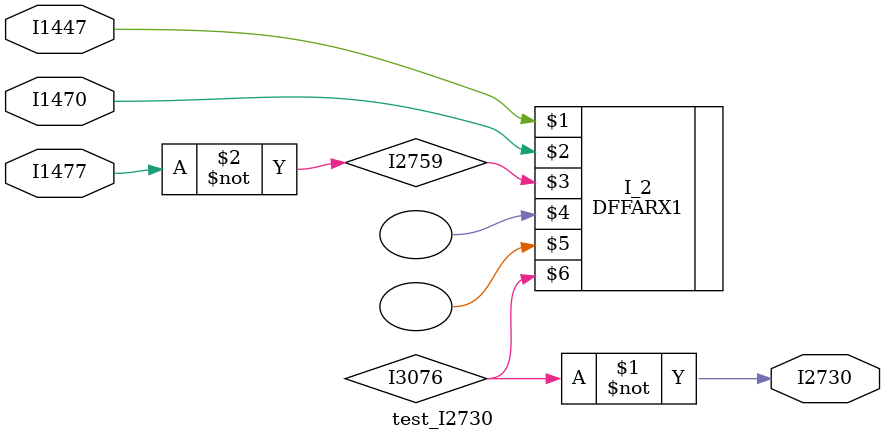
<source format=v>
module test_I2730(I1447,I1477,I1470,I2730);
input I1447,I1477,I1470;
output I2730;
wire I2759,I3076;
not I_0(I2730,I3076);
not I_1(I2759,I1477);
DFFARX1 I_2(I1447,I1470,I2759,,,I3076,);
endmodule



</source>
